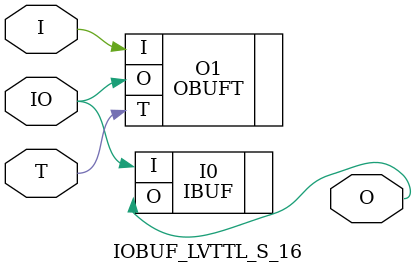
<source format=v>


`timescale  1 ps / 1 ps


module IOBUF_LVTTL_S_16 (O, IO, I, T);

    output O;

    inout  IO;

    input  I, T;

        OBUFT #(.IOSTANDARD("LVTTL"), .SLEW("SLOW"), .DRIVE(16)) O1 (.O(IO), .I(I), .T(T)); 
	IBUF #(.IOSTANDARD("LVTTL"))  I0 (.O(O), .I(IO));
        

endmodule



</source>
